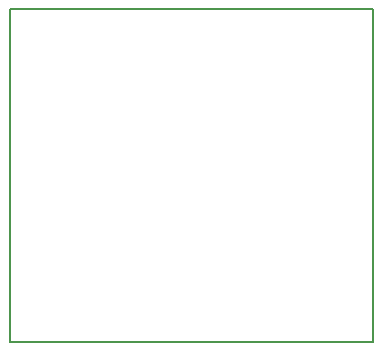
<source format=gm1>
G04 #@! TF.FileFunction,Profile,NP*
%FSLAX46Y46*%
G04 Gerber Fmt 4.6, Leading zero omitted, Abs format (unit mm)*
G04 Created by KiCad (PCBNEW 4.0.6) date Wed May 24 14:33:15 2017*
%MOMM*%
%LPD*%
G01*
G04 APERTURE LIST*
%ADD10C,0.100000*%
%ADD11C,0.150000*%
G04 APERTURE END LIST*
D10*
D11*
X125984000Y-81280000D02*
X125984000Y-53086000D01*
X156718000Y-81280000D02*
X125984000Y-81280000D01*
X156718000Y-53086000D02*
X156718000Y-81280000D01*
X125984000Y-53086000D02*
X156718000Y-53086000D01*
M02*

</source>
